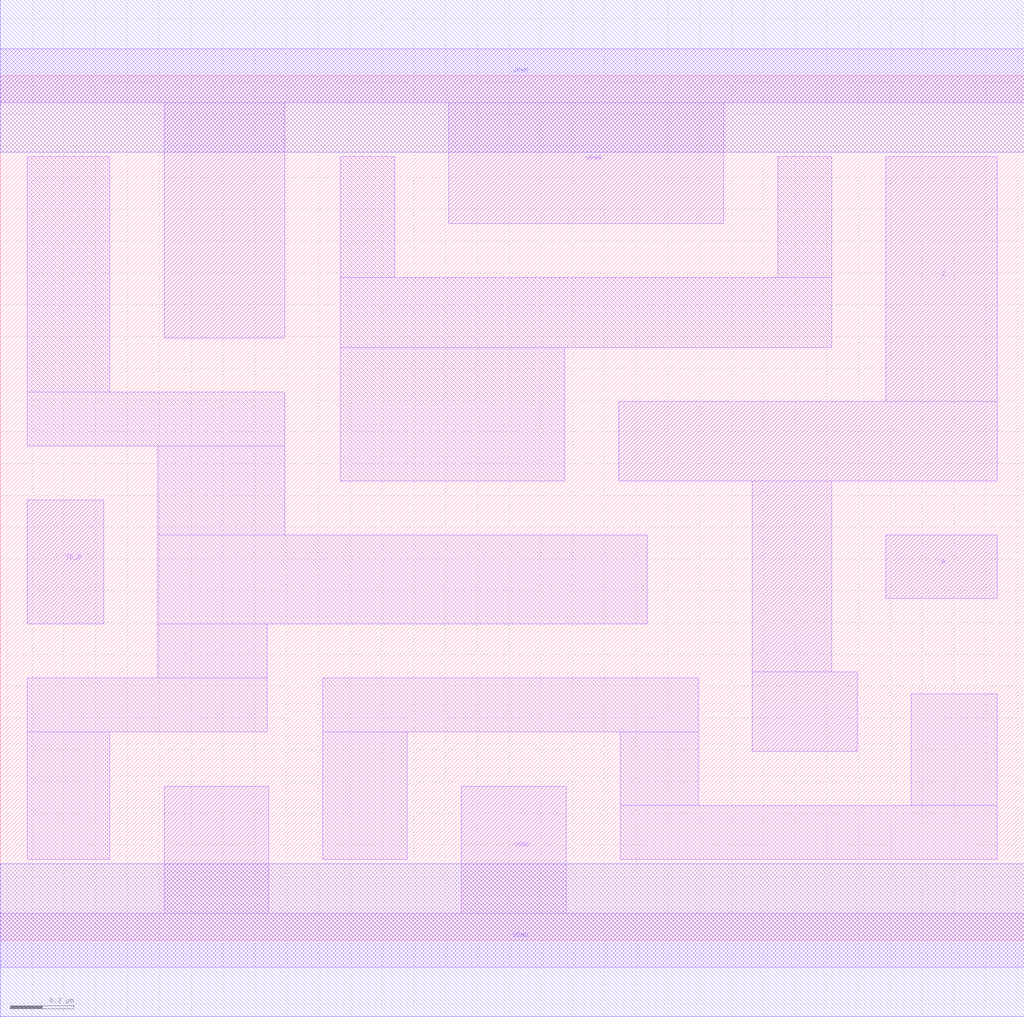
<source format=lef>
# Copyright 2020 The SkyWater PDK Authors
#
# Licensed under the Apache License, Version 2.0 (the "License");
# you may not use this file except in compliance with the License.
# You may obtain a copy of the License at
#
#     https://www.apache.org/licenses/LICENSE-2.0
#
# Unless required by applicable law or agreed to in writing, software
# distributed under the License is distributed on an "AS IS" BASIS,
# WITHOUT WARRANTIES OR CONDITIONS OF ANY KIND, either express or implied.
# See the License for the specific language governing permissions and
# limitations under the License.
#
# SPDX-License-Identifier: Apache-2.0

VERSION 5.5 ;
NAMESCASESENSITIVE ON ;
BUSBITCHARS "[]" ;
DIVIDERCHAR "/" ;
MACRO sky130_fd_sc_hd__einvn_2
  CLASS CORE ;
  SOURCE USER ;
  ORIGIN  0.000000  0.000000 ;
  SIZE  3.220000 BY  2.720000 ;
  SYMMETRY X Y R90 ;
  SITE unithd ;
  PIN A
    ANTENNAGATEAREA  0.495000 ;
    DIRECTION INPUT ;
    USE SIGNAL ;
    PORT
      LAYER li1 ;
        RECT 2.785000 1.075000 3.135000 1.275000 ;
    END
  END A
  PIN TE_B
    ANTENNAGATEAREA  0.441000 ;
    DIRECTION INPUT ;
    USE SIGNAL ;
    PORT
      LAYER li1 ;
        RECT 0.085000 0.995000 0.325000 1.385000 ;
    END
  END TE_B
  PIN Z
    ANTENNADIFFAREA  0.694800 ;
    DIRECTION OUTPUT ;
    USE SIGNAL ;
    PORT
      LAYER li1 ;
        RECT 1.945000 1.445000 3.135000 1.695000 ;
        RECT 2.365000 0.595000 2.695000 0.845000 ;
        RECT 2.365000 0.845000 2.615000 1.445000 ;
        RECT 2.785000 1.695000 3.135000 2.465000 ;
    END
  END Z
  PIN VGND
    DIRECTION INOUT ;
    SHAPE ABUTMENT ;
    USE GROUND ;
    PORT
      LAYER li1 ;
        RECT 0.000000 -0.085000 3.220000 0.085000 ;
        RECT 0.515000  0.085000 0.845000 0.485000 ;
        RECT 1.450000  0.085000 1.780000 0.485000 ;
    END
    PORT
      LAYER met1 ;
        RECT 0.000000 -0.240000 3.220000 0.240000 ;
    END
  END VGND
  PIN VPWR
    DIRECTION INOUT ;
    SHAPE ABUTMENT ;
    USE POWER ;
    PORT
      LAYER li1 ;
        RECT 0.000000 2.635000 3.220000 2.805000 ;
        RECT 0.515000 1.895000 0.895000 2.635000 ;
        RECT 1.410000 2.255000 2.275000 2.635000 ;
    END
    PORT
      LAYER met1 ;
        RECT 0.000000 2.480000 3.220000 2.960000 ;
    END
  END VPWR
  OBS
    LAYER li1 ;
      RECT 0.085000 0.255000 0.345000 0.655000 ;
      RECT 0.085000 0.655000 0.840000 0.825000 ;
      RECT 0.085000 1.555000 0.895000 1.725000 ;
      RECT 0.085000 1.725000 0.345000 2.465000 ;
      RECT 0.495000 0.825000 0.840000 0.995000 ;
      RECT 0.495000 0.995000 2.035000 1.275000 ;
      RECT 0.495000 1.275000 0.895000 1.555000 ;
      RECT 1.015000 0.255000 1.280000 0.655000 ;
      RECT 1.015000 0.655000 2.195000 0.825000 ;
      RECT 1.070000 1.445000 1.775000 1.865000 ;
      RECT 1.070000 1.865000 2.615000 2.085000 ;
      RECT 1.070000 2.085000 1.240000 2.465000 ;
      RECT 1.950000 0.255000 3.135000 0.425000 ;
      RECT 1.950000 0.425000 2.195000 0.655000 ;
      RECT 2.445000 2.085000 2.615000 2.465000 ;
      RECT 2.865000 0.425000 3.135000 0.775000 ;
  END
END sky130_fd_sc_hd__einvn_2
END LIBRARY

</source>
